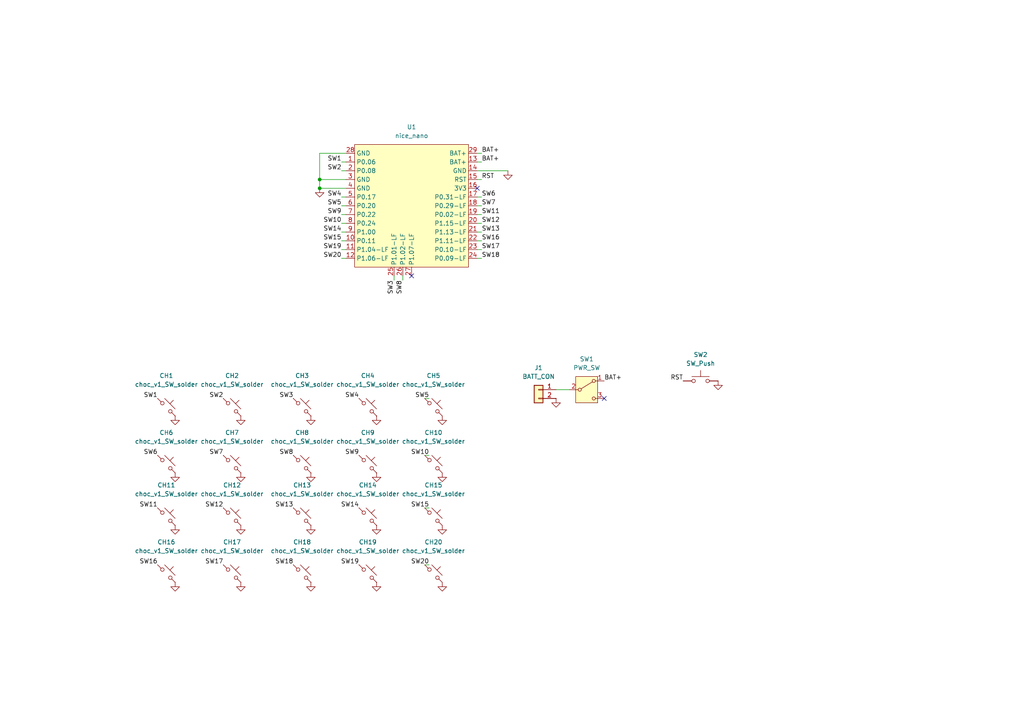
<source format=kicad_sch>
(kicad_sch (version 20250114) (generator "eeschema") (generator_version "9.0")
  (paper "A4")
  (title_block (title "Aurora 40") (date "2025-08-18") (rev "1") (company "merrittlj"))
  (lib_symbols
    (symbol "Connector_Generic:Conn_01x02" (pin_names (offset 1.016) (hide yes))
      (property "Reference" "J" (at 0 2.54 0))
      (property "Value" "Conn_01x02" (at 0 -5.08 0))
      (symbol "Conn_01x02_1_1"
        (rectangle (start -1.27 1.27) (end 1.27 -3.81) (stroke (width 0.254)) (fill (type background)))
        (rectangle (start -1.27 0.127) (end 0 -0.127) (stroke (width 0.1524)))
        (rectangle (start -1.27 -2.413) (end 0 -2.667) (stroke (width 0.1524)))
        (pin passive line (at -5.08 0 0) (length 3.81) (name "Pin_1") (number "1"))
        (pin passive line (at -5.08 -2.54 0) (length 3.81) (name "Pin_2") (number "2"))
      )
    )
    (symbol "PCM_marbastlib-choc:choc_v1_SW_solder" (pin_numbers (hide yes)) (pin_names (offset 1.016) (hide yes))
      (property "Reference" "CH" (at 3.048 1.016 0))
      (property "Value" "choc_v1_SW_solder" (at 0 -3.81 0))
      (symbol "choc_v1_SW_solder_0_1"
        (polyline (pts (xy -2.54 2.54) (xy -1.524 1.524) (xy -1.524 1.524)))
        (circle (center -1.1684 1.1684) (radius 0.508))
        (polyline (pts (xy -0.508 2.54) (xy 2.54 -0.508)))
        (polyline (pts (xy 1.016 1.016) (xy 2.032 2.032)))
        (circle (center 1.143 -1.1938) (radius 0.508))
        (polyline (pts (xy 1.524 -1.524) (xy 2.54 -2.54) (xy 2.54 -2.54) (xy 2.54 -2.54)))
        (pin passive line (at -2.54 2.54 0) (length 0) (name "1") (number "1"))
        (pin passive line (at 2.54 -2.54 180) (length 0) (name "2") (number "2"))
      )
    )
    (symbol "PCM_marbastlib-promicroish:nice_nano" (in_bom no)
      (property "Reference" "U" (at 0 22.86 0))
      (property "Value" "nice_nano" (at 0 20.32 0))
      (symbol "nice_nano_0_0"
        (pin bidirectional line (at -19.05 13.97 0) (length 2.54) (name "P0.06") (number "1"))
        (pin bidirectional line (at -19.05 11.43 0) (length 2.54) (name "P0.08") (number "2"))
        (pin power_out line (at -19.05 8.89 0) (length 2.54) (name "GND") (number "3"))
        (pin power_out line (at -19.05 6.35 0) (length 2.54) (name "GND") (number "4"))
        (pin bidirectional line (at -19.05 3.81 0) (length 2.54) (name "P0.17") (number "5"))
        (pin bidirectional line (at -19.05 1.27 0) (length 2.54) (name "P0.20") (number "6"))
        (pin bidirectional line (at -19.05 -1.27 0) (length 2.54) (name "P0.22") (number "7"))
        (pin bidirectional line (at -19.05 -3.81 0) (length 2.54) (name "P0.24") (number "8"))
        (pin bidirectional line (at -19.05 -6.35 0) (length 2.54) (name "P1.00") (number "9"))
        (pin bidirectional line (at -19.05 -8.89 0) (length 2.54) (name "P0.11") (number "10"))
        (pin bidirectional line (at -19.05 -11.43 0) (length 2.54) (name "P1.04-LF") (number "11"))
        (pin bidirectional line (at -19.05 -13.97 0) (length 2.54) (name "P1.06-LF") (number "12"))
        (pin power_out line (at 19.05 11.43 180) (length 2.54) (name "GND") (number "14"))
        (pin bidirectional line (at 19.05 8.89 180) (length 2.54) (name "RST") (number "15"))
        (pin bidirectional line (at 19.05 3.81 180) (length 2.54) (name "P0.31-LF") (number "17"))
        (pin bidirectional line (at 19.05 1.27 180) (length 2.54) (name "P0.29-LF") (number "18"))
        (pin bidirectional line (at 19.05 -1.27 180) (length 2.54) (name "P0.02-LF") (number "19"))
        (pin bidirectional line (at 19.05 -3.81 180) (length 2.54) (name "P1.15-LF") (number "20"))
        (pin bidirectional line (at 19.05 -6.35 180) (length 2.54) (name "P1.13-LF") (number "21"))
        (pin bidirectional line (at 19.05 -8.89 180) (length 2.54) (name "P1.11-LF") (number "22"))
        (pin bidirectional line (at 19.05 -13.97 180) (length 2.54) (name "P0.09-LF") (number "24"))
      )
      (symbol "nice_nano_1_0"
        (pin power_out line (at -19.05 16.51 0) (length 2.54) (name "GND") (number "28"))
        (pin bidirectional line (at -5.08 -19.05 90) (length 2.54) (name "P1.01-LF") (number "25"))
        (pin bidirectional line (at -2.54 -19.05 90) (length 2.54) (name "P1.02-LF") (number "26"))
        (pin bidirectional line (at 0 -19.05 90) (length 2.54) (name "P1.07-LF") (number "27"))
        (pin power_out line (at 19.05 16.51 180) (length 2.54) (name "BAT+") (number "29"))
        (pin power_out line (at 19.05 13.97 180) (length 2.54) (name "BAT+") (number "13"))
        (pin power_out line (at 19.05 6.35 180) (length 2.54) (name "3V3") (number "16"))
        (pin bidirectional line (at 19.05 -11.43 180) (length 2.54) (name "P0.10-LF") (number "23"))
      )
      (symbol "nice_nano_1_1"
        (rectangle (start -16.51 19.05) (end 16.51 -16.51) (fill (type background)))
      )
    )
    (symbol "Switch:SW_Push" (pin_numbers (hide yes)) (pin_names (offset 1.016) (hide yes))
      (property "Reference" "SW" (at 1.27 2.54 0))
      (property "Value" "SW_Push" (at 0 -1.524 0))
      (symbol "SW_Push_0_1"
        (circle (center -2.032 0) (radius 0.508))
        (polyline (pts (xy 0 1.27) (xy 0 3.048)))
        (circle (center 2.032 0) (radius 0.508))
        (polyline (pts (xy 2.54 1.27) (xy -2.54 1.27)))
        (pin passive line (at -5.08 0 0) (length 2.54) (name "1") (number "1"))
        (pin passive line (at 5.08 0 180) (length 2.54) (name "2") (number "2"))
      )
    )
    (symbol "Switch:SW_SPDT" (pin_names (offset 0) (hide yes))
      (property "Reference" "SW" (at 0 5.08 0))
      (property "Value" "SW_SPDT" (at 0 -5.08 0))
      (symbol "SW_SPDT_0_1"
        (circle (center -2.032 0) (radius 0.4572))
        (polyline (pts (xy -1.651 0.254) (xy 1.651 2.286)))
        (circle (center 2.032 2.54) (radius 0.4572))
        (circle (center 2.032 -2.54) (radius 0.4572))
      )
      (symbol "SW_SPDT_1_1"
        (rectangle (start -3.175 3.81) (end 3.175 -3.81) (fill (type background)))
        (pin passive line (at -5.08 0 0) (length 2.54) (name "B") (number "2"))
        (pin passive line (at 5.08 2.54 180) (length 2.54) (name "A") (number "1"))
        (pin passive line (at 5.08 -2.54 180) (length 2.54) (name "C") (number "3"))
      )
    )
    (symbol "power:GND" (power) (pin_numbers (hide yes)) (pin_names (offset 0) (hide yes))
      (property "Value" "GND" (at 0 -3.81 0))
      (symbol "GND_0_1"
        (polyline (pts (xy 0 0) (xy 0 -1.27) (xy 1.27 -1.27) (xy 0 -2.54) (xy -1.27 -1.27) (xy 0 -1.27)))
      )
      (symbol "GND_1_1"
        (pin power_in line (at 0 0 270) (length 0) (name "~") (number "1"))
      )
    )
  )
  (junction (at 92.71 52.07))
  (junction (at 92.71 54.61))
  (no_connect (at 119.38 80.01))
  (no_connect (at 175.26 115.57))
  (no_connect (at 138.43 54.61))
  (wire (pts (xy 99.06 62.23) (xy 100.33 62.23)))
  (wire (pts (xy 99.06 57.15) (xy 100.33 57.15)))
  (wire (pts (xy 138.43 74.93) (xy 139.7 74.93)))
  (wire (pts (xy 138.43 62.23) (xy 139.7 62.23)))
  (wire (pts (xy 123.19 132.08) (xy 124.46 132.08)))
  (wire (pts (xy 138.43 72.39) (xy 139.7 72.39)))
  (wire (pts (xy 99.06 46.99) (xy 100.33 46.99)))
  (wire (pts (xy 138.43 57.15) (xy 139.7 57.15)))
  (wire (pts (xy 123.19 147.32) (xy 124.46 147.32)))
  (wire (pts (xy 92.71 52.07) (xy 100.33 52.07)))
  (wire (pts (xy 92.71 52.07) (xy 92.71 54.61)))
  (wire (pts (xy 138.43 69.85) (xy 139.7 69.85)))
  (wire (pts (xy 114.3 80.01) (xy 114.3 81.28)))
  (wire (pts (xy 99.06 74.93) (xy 100.33 74.93)))
  (wire (pts (xy 138.43 46.99) (xy 139.7 46.99)))
  (wire (pts (xy 138.43 64.77) (xy 139.7 64.77)))
  (wire (pts (xy 161.29 113.03) (xy 165.1 113.03)))
  (wire (pts (xy 138.43 59.69) (xy 139.7 59.69)))
  (wire (pts (xy 138.43 52.07) (xy 139.7 52.07)))
  (wire (pts (xy 92.71 54.61) (xy 100.33 54.61)))
  (wire (pts (xy 100.33 44.45) (xy 92.71 44.45)))
  (wire (pts (xy 116.84 80.01) (xy 116.84 81.28)))
  (wire (pts (xy 99.06 72.39) (xy 100.33 72.39)))
  (wire (pts (xy 123.19 163.83) (xy 124.46 163.83)))
  (wire (pts (xy 92.71 44.45) (xy 92.71 52.07)))
  (wire (pts (xy 123.19 115.57) (xy 124.46 115.57)))
  (wire (pts (xy 99.06 67.31) (xy 100.33 67.31)))
  (wire (pts (xy 138.43 49.53) (xy 147.32 49.53)))
  (wire (pts (xy 99.06 59.69) (xy 100.33 59.69)))
  (wire (pts (xy 99.06 69.85) (xy 100.33 69.85)))
  (wire (pts (xy 138.43 67.31) (xy 139.7 67.31)))
  (wire (pts (xy 138.43 44.45) (xy 139.7 44.45)))
  (wire (pts (xy 99.06 49.53) (xy 100.33 49.53)))
  (wire (pts (xy 99.06 64.77) (xy 100.33 64.77)))
  (label "SW8" (at 116.84 81.28 270))
  (label "SW9" (at 99.06 62.23 180))
  (label "SW18" (at 139.7 74.93 0))
  (label "SW7" (at 139.7 59.69 0))
  (label "SW15" (at 124.46 147.32 180))
  (label "SW13" (at 139.7 67.31 0))
  (label "SW8" (at 85.09 132.08 180))
  (label "SW9" (at 104.14 132.08 180))
  (label "SW18" (at 85.09 163.83 180))
  (label "SW6" (at 45.72 132.08 180))
  (label "SW16" (at 139.7 69.85 0))
  (label "SW7" (at 64.77 132.08 180))
  (label "SW17" (at 139.7 72.39 0))
  (label "SW11" (at 45.72 147.32 180))
  (label "SW2" (at 64.77 115.57 180))
  (label "BAT+" (at 175.26 110.49 0))
  (label "SW17" (at 64.77 163.83 180))
  (label "SW3" (at 85.09 115.57 180))
  (label "SW16" (at 45.72 163.83 180))
  (label "SW4" (at 99.06 57.15 180))
  (label "SW15" (at 99.06 69.85 180))
  (label "RST" (at 139.7 52.07 0))
  (label "SW14" (at 104.14 147.32 180))
  (label "SW20" (at 124.46 163.83 180))
  (label "SW19" (at 104.14 163.83 180))
  (label "SW19" (at 99.06 72.39 180))
  (label "SW1" (at 99.06 46.99 180))
  (label "RST" (at 198.12 110.49 180))
  (label "SW10" (at 124.46 132.08 180))
  (label "SW20" (at 99.06 74.93 180))
  (label "SW1" (at 45.72 115.57 180))
  (label "SW10" (at 99.06 64.77 180))
  (label "SW2" (at 99.06 49.53 180))
  (label "BAT+" (at 139.7 44.45 0))
  (label "SW5" (at 124.46 115.57 180))
  (label "SW13" (at 85.09 147.32 180))
  (label "SW3" (at 114.3 81.28 270))
  (label "SW11" (at 139.7 62.23 0))
  (label "SW12" (at 64.77 147.32 180))
  (label "SW14" (at 99.06 67.31 180))
  (label "SW6" (at 139.7 57.15 0))
  (label "SW12" (at 139.7 64.77 0))
  (label "BAT+" (at 139.7 46.99 0))
  (label "SW4" (at 104.14 115.57 180))
  (label "SW5" (at 99.06 59.69 180))
  (symbol (lib_id "power:GND") (at 161.29 115.57 0) (unit 1)
    (property "Reference" "#PWR021" (effects (hide yes)))
    (property "Value" "GND" (effects (hide yes)))
    (property "Description" "Power symbol creates a global label with name \"GND\" , ground" (effects (hide yes)))
  )
  (symbol (lib_id "PCM_marbastlib-choc:choc_v1_SW_solder") (at 67.31 134.62 0) (unit 1)
    (property "Reference" "CH7" (at 67.31 125.476 0))
    (property "Value" "choc_v1_SW_solder" (at 67.31 128.016 0))
    (property "Footprint" "PCM_marbastlib-choc:SW_choc_v1_1u" (effects (hide yes)))
    (property "Description" "Push button switch, normally open, two pins, 45° tilted" (effects (hide yes)))
  )
  (symbol (lib_id "power:GND") (at 128.27 120.65 0) (unit 1)
    (property "Reference" "#PWR020" (effects (hide yes)))
    (property "Value" "GND" (effects (hide yes)))
    (property "Description" "Power symbol creates a global label with name \"GND\" , ground" (effects (hide yes)))
  )
  (symbol (lib_id "Switch:SW_SPDT") (at 170.18 113.03 0) (unit 1)
    (property "Reference" "SW1" (at 170.18 104.14 0))
    (property "Value" "PWR_SW" (at 170.18 106.68 0))
    (property "Footprint" "Library:SSSS811101" (effects (hide yes)))
    (property "Description" "Switch, single pole double throw" (effects (hide yes)))
  )
  (symbol (lib_id "power:GND") (at 208.28 110.49 0) (unit 1)
    (property "Reference" "#PWR022" (effects (hide yes)))
    (property "Value" "GND" (effects (hide yes)))
    (property "Description" "Power symbol creates a global label with name \"GND\" , ground" (effects (hide yes)))
  )
  (symbol (lib_id "power:GND") (at 90.17 137.16 0) (unit 1)
    (property "Reference" "#PWR013" (effects (hide yes)))
    (property "Value" "GND" (effects (hide yes)))
    (property "Description" "Power symbol creates a global label with name \"GND\" , ground" (effects (hide yes)))
  )
  (symbol (lib_id "Switch:SW_Push") (at 203.2 110.49 0) (unit 1)
    (property "Reference" "SW2" (at 203.2 102.87 0))
    (property "Value" "SW_Push" (at 203.2 105.41 0))
    (property "Footprint" "Button_Switch_SMD:Panasonic_EVQPUJ_EVQPUA" (effects (hide yes)))
    (property "Description" "Push button switch, generic, two pins" (effects (hide yes)))
  )
  (symbol (lib_id "PCM_marbastlib-choc:choc_v1_SW_solder") (at 48.26 166.37 0) (unit 1)
    (property "Reference" "CH16" (at 48.26 157.226 0))
    (property "Value" "choc_v1_SW_solder" (at 48.26 159.766 0))
    (property "Footprint" "PCM_marbastlib-choc:SW_choc_v1_1u" (effects (hide yes)))
    (property "Description" "Push button switch, normally open, two pins, 45° tilted" (effects (hide yes)))
  )
  (symbol (lib_id "PCM_marbastlib-choc:choc_v1_SW_solder") (at 125.73 149.86 0) (unit 1)
    (property "Reference" "CH15" (at 125.73 140.716 0))
    (property "Value" "choc_v1_SW_solder" (at 125.73 143.256 0))
    (property "Footprint" "PCM_marbastlib-choc:SW_choc_v1_1u" (effects (hide yes)))
    (property "Description" "Push button switch, normally open, two pins, 45° tilted" (effects (hide yes)))
  )
  (symbol (lib_id "PCM_marbastlib-choc:choc_v1_SW_solder") (at 67.31 149.86 0) (unit 1)
    (property "Reference" "CH12" (at 67.31 140.716 0))
    (property "Value" "choc_v1_SW_solder" (at 67.31 143.256 0))
    (property "Footprint" "PCM_marbastlib-choc:SW_choc_v1_1u" (effects (hide yes)))
    (property "Description" "Push button switch, normally open, two pins, 45° tilted" (effects (hide yes)))
  )
  (symbol (lib_id "power:GND") (at 69.85 120.65 0) (unit 1)
    (property "Reference" "#PWR017" (effects (hide yes)))
    (property "Value" "GND" (effects (hide yes)))
    (property "Description" "Power symbol creates a global label with name \"GND\" , ground" (effects (hide yes)))
  )
  (symbol (lib_id "PCM_marbastlib-choc:choc_v1_SW_solder") (at 125.73 118.11 0) (unit 1)
    (property "Reference" "CH5" (at 125.73 108.966 0))
    (property "Value" "choc_v1_SW_solder" (at 125.73 111.506 0))
    (property "Footprint" "PCM_marbastlib-choc:SW_choc_v1_1u" (effects (hide yes)))
    (property "Description" "Push button switch, normally open, two pins, 45° tilted" (effects (hide yes)))
  )
  (symbol (lib_id "PCM_marbastlib-choc:choc_v1_SW_solder") (at 125.73 166.37 0) (unit 1)
    (property "Reference" "CH20" (at 125.73 157.226 0))
    (property "Value" "choc_v1_SW_solder" (at 125.73 159.766 0))
    (property "Footprint" "PCM_marbastlib-choc:SW_choc_v1_1u" (effects (hide yes)))
    (property "Description" "Push button switch, normally open, two pins, 45° tilted" (effects (hide yes)))
  )
  (symbol (lib_id "power:GND") (at 109.22 137.16 0) (unit 1)
    (property "Reference" "#PWR014" (effects (hide yes)))
    (property "Value" "GND" (effects (hide yes)))
    (property "Description" "Power symbol creates a global label with name \"GND\" , ground" (effects (hide yes)))
  )
  (symbol (lib_id "PCM_marbastlib-choc:choc_v1_SW_solder") (at 106.68 149.86 0) (unit 1)
    (property "Reference" "CH14" (at 106.68 140.716 0))
    (property "Value" "choc_v1_SW_solder" (at 106.68 143.256 0))
    (property "Footprint" "PCM_marbastlib-choc:SW_choc_v1_1u" (effects (hide yes)))
    (property "Description" "Push button switch, normally open, two pins, 45° tilted" (effects (hide yes)))
  )
  (symbol (lib_id "PCM_marbastlib-choc:choc_v1_SW_solder") (at 106.68 134.62 0) (unit 1)
    (property "Reference" "CH9" (at 106.68 125.476 0))
    (property "Value" "choc_v1_SW_solder" (at 106.68 128.016 0))
    (property "Footprint" "PCM_marbastlib-choc:SW_choc_v1_1u" (effects (hide yes)))
    (property "Description" "Push button switch, normally open, two pins, 45° tilted" (effects (hide yes)))
  )
  (symbol (lib_id "power:GND") (at 109.22 152.4 0) (unit 1)
    (property "Reference" "#PWR09" (effects (hide yes)))
    (property "Value" "GND" (effects (hide yes)))
    (property "Description" "Power symbol creates a global label with name \"GND\" , ground" (effects (hide yes)))
  )
  (symbol (lib_id "power:GND") (at 50.8 168.91 0) (unit 1)
    (property "Reference" "#PWR01" (effects (hide yes)))
    (property "Value" "GND" (effects (hide yes)))
    (property "Description" "Power symbol creates a global label with name \"GND\" , ground" (effects (hide yes)))
  )
  (symbol (lib_id "PCM_marbastlib-choc:choc_v1_SW_solder") (at 106.68 118.11 0) (unit 1)
    (property "Reference" "CH4" (at 106.68 108.966 0))
    (property "Value" "choc_v1_SW_solder" (at 106.68 111.506 0))
    (property "Footprint" "PCM_marbastlib-choc:SW_choc_v1_1u" (effects (hide yes)))
    (property "Description" "Push button switch, normally open, two pins, 45° tilted" (effects (hide yes)))
  )
  (symbol (lib_id "PCM_marbastlib-choc:choc_v1_SW_solder") (at 67.31 118.11 0) (unit 1)
    (property "Reference" "CH2" (at 67.31 108.966 0))
    (property "Value" "choc_v1_SW_solder" (at 67.31 111.506 0))
    (property "Footprint" "PCM_marbastlib-choc:SW_choc_v1_1u" (effects (hide yes)))
    (property "Description" "Push button switch, normally open, two pins, 45° tilted" (effects (hide yes)))
  )
  (symbol (lib_id "power:GND") (at 69.85 137.16 0) (unit 1)
    (property "Reference" "#PWR012" (effects (hide yes)))
    (property "Value" "GND" (effects (hide yes)))
    (property "Description" "Power symbol creates a global label with name \"GND\" , ground" (effects (hide yes)))
  )
  (symbol (lib_id "power:GND") (at 69.85 168.91 0) (unit 1)
    (property "Reference" "#PWR02" (effects (hide yes)))
    (property "Value" "GND" (effects (hide yes)))
    (property "Description" "Power symbol creates a global label with name \"GND\" , ground" (effects (hide yes)))
  )
  (symbol (lib_id "power:GND") (at 128.27 168.91 0) (unit 1)
    (property "Reference" "#PWR05" (effects (hide yes)))
    (property "Value" "GND" (effects (hide yes)))
    (property "Description" "Power symbol creates a global label with name \"GND\" , ground" (effects (hide yes)))
  )
  (symbol (lib_id "PCM_marbastlib-choc:choc_v1_SW_solder") (at 48.26 134.62 0) (unit 1)
    (property "Reference" "CH6" (at 48.26 125.476 0))
    (property "Value" "choc_v1_SW_solder" (at 48.26 128.016 0))
    (property "Footprint" "PCM_marbastlib-choc:SW_choc_v1_1u" (effects (hide yes)))
    (property "Description" "Push button switch, normally open, two pins, 45° tilted" (effects (hide yes)))
  )
  (symbol (lib_id "PCM_marbastlib-choc:choc_v1_SW_solder") (at 106.68 166.37 0) (unit 1)
    (property "Reference" "CH19" (at 106.68 157.226 0))
    (property "Value" "choc_v1_SW_solder" (at 106.68 159.766 0))
    (property "Footprint" "PCM_marbastlib-choc:SW_choc_v1_1u" (effects (hide yes)))
    (property "Description" "Push button switch, normally open, two pins, 45° tilted" (effects (hide yes)))
  )
  (symbol (lib_id "PCM_marbastlib-choc:choc_v1_SW_solder") (at 87.63 166.37 0) (unit 1)
    (property "Reference" "CH18" (at 87.63 157.226 0))
    (property "Value" "choc_v1_SW_solder" (at 87.63 159.766 0))
    (property "Footprint" "PCM_marbastlib-choc:SW_choc_v1_1u" (effects (hide yes)))
    (property "Description" "Push button switch, normally open, two pins, 45° tilted" (effects (hide yes)))
  )
  (symbol (lib_id "PCM_marbastlib-choc:choc_v1_SW_solder") (at 87.63 118.11 0) (unit 1)
    (property "Reference" "CH3" (at 87.63 108.966 0))
    (property "Value" "choc_v1_SW_solder" (at 87.63 111.506 0))
    (property "Footprint" "PCM_marbastlib-choc:SW_choc_v1_1u" (effects (hide yes)))
    (property "Description" "Push button switch, normally open, two pins, 45° tilted" (effects (hide yes)))
  )
  (symbol (lib_id "power:GND") (at 90.17 152.4 0) (unit 1)
    (property "Reference" "#PWR08" (effects (hide yes)))
    (property "Value" "GND" (effects (hide yes)))
    (property "Description" "Power symbol creates a global label with name \"GND\" , ground" (effects (hide yes)))
  )
  (symbol (lib_id "Connector_Generic:Conn_01x02") (at 156.21 113.03 0) (mirror y) (unit 1)
    (property "Reference" "J1" (at 156.21 106.68 0))
    (property "Value" "BATT_CON" (at 156.21 109.22 0))
    (property "Footprint" "Connector_JST:JST_PH_S2B-PH-K_1x02_P2.00mm_Horizontal" (effects (hide yes)))
    (property "Description" "Generic connector, single row, 01x02, script generated (kicad-library-utils/schlib/autogen/connector/)" (effects (hide yes)))
  )
  (symbol (lib_id "power:GND") (at 50.8 137.16 0) (unit 1)
    (property "Reference" "#PWR011" (effects (hide yes)))
    (property "Value" "GND" (effects (hide yes)))
    (property "Description" "Power symbol creates a global label with name \"GND\" , ground" (effects (hide yes)))
  )
  (symbol (lib_id "PCM_marbastlib-choc:choc_v1_SW_solder") (at 87.63 134.62 0) (unit 1)
    (property "Reference" "CH8" (at 87.63 125.476 0))
    (property "Value" "choc_v1_SW_solder" (at 87.63 128.016 0))
    (property "Footprint" "PCM_marbastlib-choc:SW_choc_v1_1u" (effects (hide yes)))
    (property "Description" "Push button switch, normally open, two pins, 45° tilted" (effects (hide yes)))
  )
  (symbol (lib_id "PCM_marbastlib-choc:choc_v1_SW_solder") (at 48.26 118.11 0) (unit 1)
    (property "Reference" "CH1" (at 48.26 108.966 0))
    (property "Value" "choc_v1_SW_solder" (at 48.26 111.506 0))
    (property "Footprint" "PCM_marbastlib-choc:SW_choc_v1_1u" (effects (hide yes)))
    (property "Description" "Push button switch, normally open, two pins, 45° tilted" (effects (hide yes)))
  )
  (symbol (lib_id "power:GND") (at 50.8 152.4 0) (unit 1)
    (property "Reference" "#PWR06" (effects (hide yes)))
    (property "Value" "GND" (effects (hide yes)))
    (property "Description" "Power symbol creates a global label with name \"GND\" , ground" (effects (hide yes)))
  )
  (symbol (lib_id "PCM_marbastlib-choc:choc_v1_SW_solder") (at 67.31 166.37 0) (unit 1)
    (property "Reference" "CH17" (at 67.31 157.226 0))
    (property "Value" "choc_v1_SW_solder" (at 67.31 159.766 0))
    (property "Footprint" "PCM_marbastlib-choc:SW_choc_v1_1u" (effects (hide yes)))
    (property "Description" "Push button switch, normally open, two pins, 45° tilted" (effects (hide yes)))
  )
  (symbol (lib_id "power:GND") (at 50.8 120.65 0) (unit 1)
    (property "Reference" "#PWR016" (effects (hide yes)))
    (property "Value" "GND" (effects (hide yes)))
    (property "Description" "Power symbol creates a global label with name \"GND\" , ground" (effects (hide yes)))
  )
  (symbol (lib_id "power:GND") (at 90.17 120.65 0) (unit 1)
    (property "Reference" "#PWR018" (effects (hide yes)))
    (property "Value" "GND" (effects (hide yes)))
    (property "Description" "Power symbol creates a global label with name \"GND\" , ground" (effects (hide yes)))
  )
  (symbol (lib_id "power:GND") (at 147.32 49.53 0) (unit 1)
    (property "Reference" "#PWR024" (effects (hide yes)))
    (property "Value" "GND" (effects (hide yes)))
    (property "Description" "Power symbol creates a global label with name \"GND\" , ground" (effects (hide yes)))
  )
  (symbol (lib_id "power:GND") (at 109.22 168.91 0) (unit 1)
    (property "Reference" "#PWR04" (effects (hide yes)))
    (property "Value" "GND" (effects (hide yes)))
    (property "Description" "Power symbol creates a global label with name \"GND\" , ground" (effects (hide yes)))
  )
  (symbol (lib_id "PCM_marbastlib-choc:choc_v1_SW_solder") (at 48.26 149.86 0) (unit 1)
    (property "Reference" "CH11" (at 48.26 140.716 0))
    (property "Value" "choc_v1_SW_solder" (at 48.26 143.256 0))
    (property "Footprint" "PCM_marbastlib-choc:SW_choc_v1_1u" (effects (hide yes)))
    (property "Description" "Push button switch, normally open, two pins, 45° tilted" (effects (hide yes)))
  )
  (symbol (lib_id "power:GND") (at 92.71 54.61 0) (unit 1)
    (property "Reference" "#PWR023" (effects (hide yes)))
    (property "Value" "GND" (effects (hide yes)))
    (property "Description" "Power symbol creates a global label with name \"GND\" , ground" (effects (hide yes)))
  )
  (symbol (lib_id "power:GND") (at 109.22 120.65 0) (unit 1)
    (property "Reference" "#PWR019" (effects (hide yes)))
    (property "Value" "GND" (effects (hide yes)))
    (property "Description" "Power symbol creates a global label with name \"GND\" , ground" (effects (hide yes)))
  )
  (symbol (lib_id "power:GND") (at 128.27 137.16 0) (unit 1)
    (property "Reference" "#PWR015" (effects (hide yes)))
    (property "Value" "GND" (effects (hide yes)))
    (property "Description" "Power symbol creates a global label with name \"GND\" , ground" (effects (hide yes)))
  )
  (symbol (lib_id "power:GND") (at 90.17 168.91 0) (unit 1)
    (property "Reference" "#PWR03" (effects (hide yes)))
    (property "Value" "GND" (effects (hide yes)))
    (property "Description" "Power symbol creates a global label with name \"GND\" , ground" (effects (hide yes)))
  )
  (symbol (lib_id "PCM_marbastlib-promicroish:nice_nano") (at 119.38 60.96 0) (unit 1) (in_bom no)
    (property "Reference" "U1" (at 119.38 36.83 0))
    (property "Value" "nice_nano" (at 119.38 39.37 0))
    (property "Footprint" "PCM_marbastlib-xp-promicroish:nice_nano_AH_USBup" (effects (hide yes)))
    (property "Datasheet" "https://nicekeyboards.com/docs/nice-nano/pinout-schematic" (effects (hide yes)))
    (property "Description" "Symbol for an nicekeyboards nice!nano" (effects (hide yes)))
  )
  (symbol (lib_id "PCM_marbastlib-choc:choc_v1_SW_solder") (at 87.63 149.86 0) (unit 1)
    (property "Reference" "CH13" (at 87.63 140.716 0))
    (property "Value" "choc_v1_SW_solder" (at 87.63 143.256 0))
    (property "Footprint" "PCM_marbastlib-choc:SW_choc_v1_1u" (effects (hide yes)))
    (property "Description" "Push button switch, normally open, two pins, 45° tilted" (effects (hide yes)))
  )
  (symbol (lib_id "power:GND") (at 69.85 152.4 0) (unit 1)
    (property "Reference" "#PWR07" (effects (hide yes)))
    (property "Value" "GND" (effects (hide yes)))
    (property "Description" "Power symbol creates a global label with name \"GND\" , ground" (effects (hide yes)))
  )
  (symbol (lib_id "power:GND") (at 128.27 152.4 0) (unit 1)
    (property "Reference" "#PWR010" (effects (hide yes)))
    (property "Value" "GND" (effects (hide yes)))
    (property "Description" "Power symbol creates a global label with name \"GND\" , ground" (effects (hide yes)))
  )
  (symbol (lib_id "PCM_marbastlib-choc:choc_v1_SW_solder") (at 125.73 134.62 0) (unit 1)
    (property "Reference" "CH10" (at 125.73 125.476 0))
    (property "Value" "choc_v1_SW_solder" (at 125.73 128.016 0))
    (property "Footprint" "PCM_marbastlib-choc:SW_choc_v1_1u" (effects (hide yes)))
    (property "Description" "Push button switch, normally open, two pins, 45° tilted" (effects (hide yes)))
  )
)
</source>
